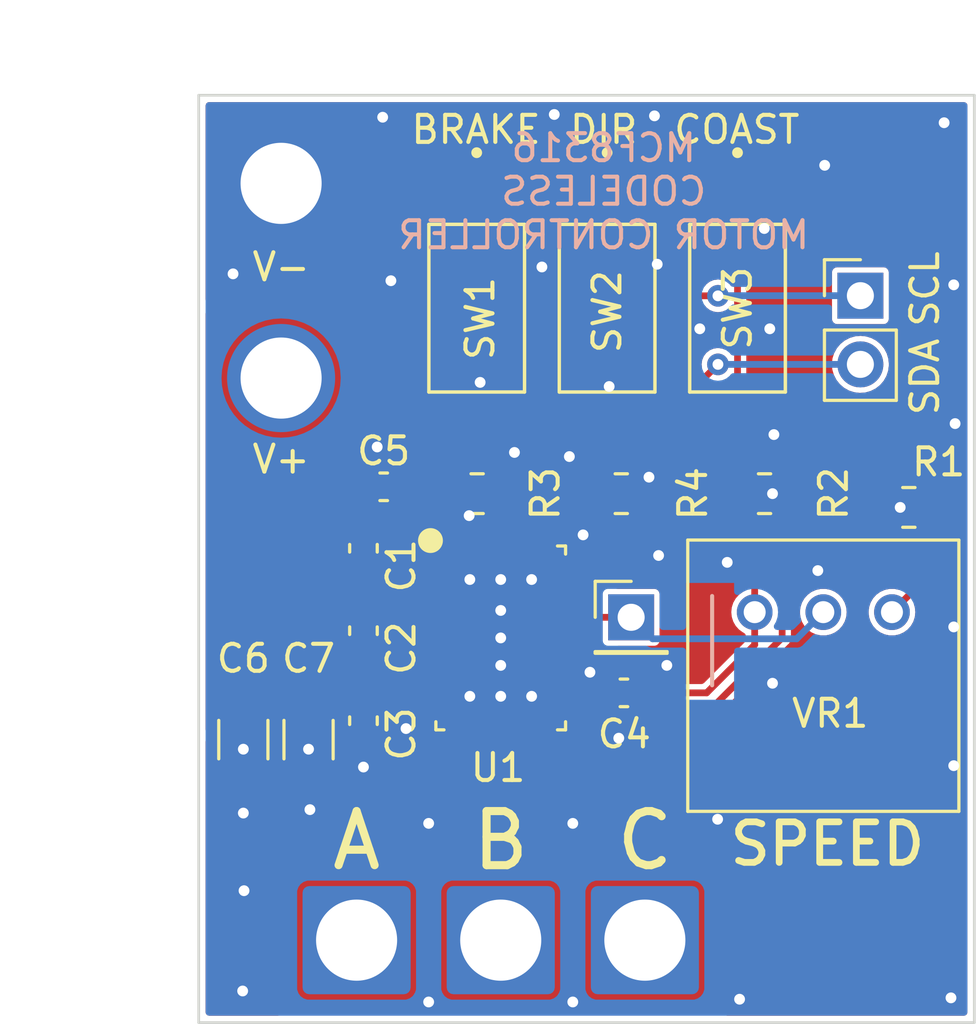
<source format=kicad_pcb>
(kicad_pcb (version 20211014) (generator pcbnew)
  (layers (0 "F.Cu" signal) (31 "B.Cu" signal) (34 "B.Paste" user) (35 "F.Paste" user) (36 "B.SilkS" user "B.Silkscreen") (37 "F.SilkS" user "F.Silkscreen") (38 "B.Mask" user) (39 "F.Mask" user) (44 "Edge.Cuts" user))
  (net 0 "")
  (net 4 "GND")
  (net 5 "+3V3")
  (net 6 "VDD")
  (net 7 "/A")
  (net 8 "/B")
  (net 9 "/C")
  (net 10 "/SCL")
  (net 11 "/SDA")
  (net 12 "/DIRECTION")
  (net 13 "/BRAKE")
  (net 14 "/COAST")
  (net 15 "/SPEED")
  (net 20 "Net-(R1-Pad2)")
  (net 21 "/CPH")
  (net 23 "/CPL")
  (net 24 "/CP")
  (net 27 "/DGND")
  (net 28 "/DVDD")
  (footprint "Resistor_SMD:R_0805_2012Metric_Pad1.20x1.40mm_HandSolder" (layer "F.Cu") (at 167.2496 100.076)
    (fp_text reference "R1" (at 1.1016 -1.6764 180) (layer "F.SilkS"))
    (fp_text value "300-800" hide)
    (fp_line (start -0.227064 0.735) (end 0.227064 0.735) (layer "F.SilkS") (width 0.12))
    (fp_line (start -0.227064 -0.735) (end 0.227064 -0.735) (layer "F.SilkS") (width 0.12))
    (pad "1" smd roundrect (at -1 0) (size 1.2 1.4) (layers "F.Cu" "F.Paste" "F.Mask") (roundrect_rratio 0.2083333333) (net 4 "GND"))
    (pad "2" smd roundrect (at 1 0) (size 1.2 1.4) (layers "F.Cu" "F.Paste" "F.Mask") (roundrect_rratio 0.2083333333) (net 20 "Net-(R1-Pad2)"))
  )
  (footprint "SMD:MCF8316A" (layer "F.Cu") (at 152.146 104.902)
    (fp_text reference "U1" (at -0.1 4.8 unlocked) (layer "F.SilkS"))
    (fp_text value "MCF8316A" hide)
    (fp_line (start -2.4 3.4) (end -2.4 3.1) (layer "F.SilkS") (width 0.12))
    (fp_line (start 2.4 3.1) (end 2.4 3.4) (layer "F.SilkS") (width 0.12))
    (fp_line (start 2.4 -3.1) (end 2.4 -3.4) (layer "F.SilkS") (width 0.12))
    (fp_line (start -2.1 3.4) (end -2.4 3.4) (layer "F.SilkS") (width 0.12))
    (fp_line (start 2.4 -3.4) (end 2.1 -3.4) (layer "F.SilkS") (width 0.12))
    (fp_line (start 2.4 3.4) (end 2.1 3.4) (layer "F.SilkS") (width 0.12))
    (fp_circle (center -2.6 -3.6) (end -2.2 -3.6) (layer "F.SilkS") (width 0.12) (fill solid))
    (pad "0" smd roundrect (at 0 0 270) (size 5.7 3.7) (layers "F.Cu" "F.Paste" "F.Mask") (roundrect_rratio 0.05) (net 4 "GND"))
    (pad "1" smd roundrect (at -2.4 -2.75 90) (size 0.25 0.6) (layers "F.Cu" "F.Paste" "F.Mask") (net 28 "/DVDD"))
    (pad "2" smd roundrect (at -2.4 -2.25 90) (size 0.25 0.6) (layers "F.Cu" "F.Paste" "F.Mask") (net 27 "/DGND"))
    (pad "3" smd roundrect (at -2.4 -1.75 90) (size 0.25 0.6) (layers "F.Cu" "F.Paste" "F.Mask"))
    (pad "4" smd roundrect (at -2.4 -1.25 90) (size 0.25 0.6) (layers "F.Cu" "F.Paste" "F.Mask"))
    (pad "5" smd roundrect (at -2.4 -0.75 90) (size 0.25 0.6) (layers "F.Cu" "F.Paste" "F.Mask"))
    (pad "6" smd roundrect (at -2.4 -0.25 90) (size 0.25 0.6) (layers "F.Cu" "F.Paste" "F.Mask") (net 23 "/CPL"))
    (pad "7" smd roundrect (at -2.4 0.25 90) (size 0.25 0.6) (layers "F.Cu" "F.Paste" "F.Mask") (net 21 "/CPH"))
    (pad "8" smd roundrect (at -2.4 0.75 90) (size 0.25 0.6) (layers "F.Cu" "F.Paste" "F.Mask") (net 24 "/CP"))
    (pad "9" smd roundrect (at -2.4 1.25 90) (size 0.25 0.6) (layers "F.Cu" "F.Paste" "F.Mask") (net 6 "VDD"))
    (pad "10" smd roundrect (at -2.4 1.75 90) (size 0.25 0.6) (layers "F.Cu" "F.Paste" "F.Mask") (net 6 "VDD"))
    (pad "11" smd roundrect (at -2.4 2.25 90) (size 0.25 0.6) (layers "F.Cu" "F.Paste" "F.Mask") (net 6 "VDD"))
    (pad "12" smd roundrect (at -2.4 2.75 90) (size 0.25 0.6) (layers "F.Cu" "F.Paste" "F.Mask") (net 4 "GND"))
    (pad "13" smd roundrect (at -1.75 3.4 180) (size 0.25 0.6) (layers "F.Cu" "F.Paste" "F.Mask") (net 7 "/A"))
    (pad "14" smd roundrect (at -1.25 3.4 180) (size 0.25 0.6) (layers "F.Cu" "F.Paste" "F.Mask") (net 7 "/A"))
    (pad "15" smd roundrect (at -0.75 3.4 180) (size 0.25 0.6) (layers "F.Cu" "F.Paste" "F.Mask") (net 4 "GND"))
    (pad "16" smd roundrect (at -0.25 3.4 180) (size 0.25 0.6) (layers "F.Cu" "F.Paste" "F.Mask") (net 8 "/B"))
    (pad "17" smd roundrect (at 0.25 3.4 180) (size 0.25 0.6) (layers "F.Cu" "F.Paste" "F.Mask") (net 8 "/B"))
    (pad "18" smd roundrect (at 0.75 3.4 180) (size 0.25 0.6) (layers "F.Cu" "F.Paste" "F.Mask") (net 4 "GND"))
    (pad "19" smd roundrect (at 1.25 3.4 180) (size 0.25 0.6) (layers "F.Cu" "F.Paste" "F.Mask") (net 9 "/C"))
    (pad "20" smd roundrect (at 1.75 3.4 180) (size 0.25 0.6) (layers "F.Cu" "F.Paste" "F.Mask") (net 9 "/C"))
    (pad "21" smd roundrect (at 2.4 2.75 90) (size 0.25 0.6) (layers "F.Cu" "F.Paste" "F.Mask") (net 14 "/COAST"))
    (pad "22" smd roundrect (at 2.4 2.25 90) (size 0.25 0.6) (layers "F.Cu" "F.Paste" "F.Mask"))
    (pad "23" smd roundrect (at 2.4 1.75 90) (size 0.25 0.6) (layers "F.Cu" "F.Paste" "F.Mask"))
    (pad "24" smd roundrect (at 2.4 1.25 90) (size 0.25 0.6) (layers "F.Cu" "F.Paste" "F.Mask"))
    (pad "25" smd roundrect (at 2.4 0.75 90) (size 0.25 0.6) (layers "F.Cu" "F.Paste" "F.Mask"))
    (pad "26" smd roundrect (at 2.4 0.25 90) (size 0.25 0.6) (layers "F.Cu" "F.Paste" "F.Mask") (net 4 "GND"))
    (pad "27" smd roundrect (at 2.4 -0.25 90) (size 0.25 0.6) (layers "F.Cu" "F.Paste" "F.Mask") (net 5 "+3V3"))
    (pad "28" smd roundrect (at 2.4 -0.75 90) (size 0.25 0.6) (layers "F.Cu" "F.Paste" "F.Mask") (net 15 "/SPEED"))
    (pad "29" smd roundrect (at 2.4 -1.25 90) (size 0.25 0.6) (layers "F.Cu" "F.Paste" "F.Mask"))
    (pad "30" smd roundrect (at 2.4 -1.75 90) (size 0.25 0.6) (layers "F.Cu" "F.Paste" "F.Mask") (net 11 "/SDA"))
    (pad "31" smd roundrect (at 2.4 -2.25 90) (size 0.25 0.6) (layers "F.Cu" "F.Paste" "F.Mask") (net 10 "/SCL"))
    (pad "32" smd roundrect (at 2.4 -2.75 90) (size 0.25 0.6) (layers "F.Cu" "F.Paste" "F.Mask"))
    (pad "33" smd roundrect (at 1.75 -3.4 180) (size 0.25 0.6) (layers "F.Cu" "F.Paste" "F.Mask"))
    (pad "34" smd roundrect (at 1.25 -3.4 180) (size 0.25 0.6) (layers "F.Cu" "F.Paste" "F.Mask") (net 12 "/DIRECTION"))
    (pad "35" smd roundrect (at 0.75 -3.4 180) (size 0.25 0.6) (layers "F.Cu" "F.Paste" "F.Mask") (net 13 "/BRAKE"))
    (pad "36" smd roundrect (at 0.25 -3.4 180) (size 0.25 0.6) (layers "F.Cu" "F.Paste" "F.Mask"))
    (pad "37" smd roundrect (at -0.25 -3.4 180) (size 0.25 0.6) (layers "F.Cu" "F.Paste" "F.Mask"))
    (pad "38" smd roundrect (at -0.75 -3.4 180) (size 0.25 0.6) (layers "F.Cu" "F.Paste" "F.Mask"))
    (pad "39" smd roundrect (at -1.25 -3.4 180) (size 0.25 0.6) (layers "F.Cu" "F.Paste" "F.Mask"))
    (pad "40" smd roundrect (at -1.75 -3.4 180) (size 0.25 0.6) (layers "F.Cu" "F.Paste" "F.Mask"))
  )
  (footprint "Connector_Wire:SolderWire-2.5sqmm_1x01_D2.4mm_OD3.6mm" (layer "F.Cu") (at 146.812 116.078)
    (fp_text reference "J1" hide)
    (fp_text value "12AWG" hide)
    (pad "1" thru_hole roundrect (at 0 0) (size 4 4) (drill 3) (layers *.Cu *.Mask) (roundrect_rratio 0.0625) (net 7 "/A"))
  )
  (footprint "Capacitor_SMD:C_0603_1608Metric" (layer "F.Cu") (at 147.815 99.314)
    (fp_text reference "C5" (at 0 -1.3208) (layer "F.SilkS"))
    (fp_text value "1u" hide)
    (fp_line (start -0.14058 0.51) (end 0.14058 0.51) (layer "F.SilkS") (width 0.12))
    (fp_line (start -0.14058 -0.51) (end 0.14058 -0.51) (layer "F.SilkS") (width 0.12))
    (pad "1" smd roundrect (at -0.775 0) (size 0.9 0.95) (layers "F.Cu" "F.Paste" "F.Mask") (net 27 "/DGND"))
    (pad "2" smd roundrect (at 0.775 0) (size 0.9 0.95) (layers "F.Cu" "F.Paste" "F.Mask") (net 28 "/DVDD"))
  )
  (footprint "Resistor_SMD:R_0805_2012Metric_Pad1.20x1.40mm_HandSolder" (layer "F.Cu") (at 156.607 99.568)
    (fp_text reference "R4" (at 2.651 0 90) (layer "F.SilkS"))
    (fp_text value "10k" hide)
    (fp_line (start -0.227064 0.735) (end 0.227064 0.735) (layer "F.SilkS") (width 0.12))
    (fp_line (start -0.227064 -0.735) (end 0.227064 -0.735) (layer "F.SilkS") (width 0.12))
    (pad "1" smd roundrect (at -1 0) (size 1.2 1.4) (layers "F.Cu" "F.Paste" "F.Mask") (roundrect_rratio 0.2083333333) (net 12 "/DIRECTION"))
    (pad "2" smd roundrect (at 1 0) (size 1.2 1.4) (layers "F.Cu" "F.Paste" "F.Mask") (roundrect_rratio 0.2083333333) (net 4 "GND"))
  )
  (footprint "footprints:SW_DS04-254-1-01BK-SMT" (layer "F.Cu") (at 151.257 92.71 -90)
    (fp_text reference "SW1" (at 0.381 -0.127 -90) (layer "F.SilkS"))
    (fp_text value "DIP_SMC" hide)
    (fp_line (start -3.1 -1.77) (end 3.1 -1.77) (layer "F.SilkS") (width 0.127))
    (fp_line (start 3.1 -1.77) (end 3.1 1.77) (layer "F.SilkS") (width 0.127))
    (fp_line (start -3.1 1.77) (end -3.1 -1.77) (layer "F.SilkS") (width 0.127))
    (fp_line (start 3.1 1.77) (end -3.1 1.77) (layer "F.SilkS") (width 0.127))
    (fp_circle (center -5.75 0) (end -5.65 0) (layer "F.SilkS") (width 0.2) (fill none))
    (pad "1" smd rect (at -4.45 0 270) (size 1.5 1.1) (layers "F.Cu" "F.Paste" "F.Mask") (net 5 "+3V3"))
    (pad "2" smd rect (at 4.45 0 90) (size 1.5 1.1) (layers "F.Cu" "F.Paste" "F.Mask") (net 13 "/BRAKE"))
  )
  (footprint "Capacitor_SMD:C_0603_1608Metric" (layer "F.Cu") (at 147.066 101.587 90)
    (fp_text reference "C1" (at -0.648 1.397 90) (layer "F.SilkS"))
    (fp_text value "47n" hide)
    (fp_line (start -0.14058 -0.51) (end 0.14058 -0.51) (layer "F.SilkS") (width 0.12))
    (fp_line (start -0.14058 0.51) (end 0.14058 0.51) (layer "F.SilkS") (width 0.12))
    (pad "1" smd roundrect (at -0.775 0 90) (size 0.9 0.95) (layers "F.Cu" "F.Paste" "F.Mask") (net 21 "/CPH"))
    (pad "2" smd roundrect (at 0.775 0 90) (size 0.9 0.95) (layers "F.Cu" "F.Paste" "F.Mask") (net 23 "/CPL"))
  )
  (footprint "Capacitor_SMD:C_1206_3216Metric" (layer "F.Cu") (at 145.034 108.663 -90)
    (fp_text reference "C7" (at -2.999 0 180) (layer "F.SilkS"))
    (fp_text value "10u" hide)
    (fp_line (start -0.711252 -0.91) (end 0.711252 -0.91) (layer "F.SilkS") (width 0.12))
    (fp_line (start -0.711252 0.91) (end 0.711252 0.91) (layer "F.SilkS") (width 0.12))
    (pad "1" smd roundrect (at -1.475 0 270) (size 1.15 1.8) (layers "F.Cu" "F.Paste" "F.Mask") (roundrect_rratio 0.2173913043) (net 6 "VDD"))
    (pad "2" smd roundrect (at 1.475 0 270) (size 1.15 1.8) (layers "F.Cu" "F.Paste" "F.Mask") (roundrect_rratio 0.2173913043) (net 4 "GND"))
  )
  (footprint "Capacitor_SMD:C_1206_3216Metric" (layer "F.Cu") (at 142.621 108.663 -90)
    (fp_text reference "C6" (at -2.999 0 180) (layer "F.SilkS"))
    (fp_text value "10u" hide)
    (fp_line (start -0.711252 -0.91) (end 0.711252 -0.91) (layer "F.SilkS") (width 0.12))
    (fp_line (start -0.711252 0.91) (end 0.711252 0.91) (layer "F.SilkS") (width 0.12))
    (pad "1" smd roundrect (at -1.475 0 270) (size 1.15 1.8) (layers "F.Cu" "F.Paste" "F.Mask") (roundrect_rratio 0.2173913043) (net 6 "VDD"))
    (pad "2" smd roundrect (at 1.475 0 270) (size 1.15 1.8) (layers "F.Cu" "F.Paste" "F.Mask") (roundrect_rratio 0.2173913043) (net 4 "GND"))
  )
  (footprint "Resistor_SMD:R_0805_2012Metric_Pad1.20x1.40mm_HandSolder" (layer "F.Cu") (at 161.909 99.568)
    (fp_text reference "R2" (at 2.556 0 90) (layer "F.SilkS"))
    (fp_text value "10k" hide)
    (fp_line (start -0.227064 -0.735) (end 0.227064 -0.735) (layer "F.SilkS") (width 0.12))
    (fp_line (start -0.227064 0.735) (end 0.227064 0.735) (layer "F.SilkS") (width 0.12))
    (pad "1" smd roundrect (at -1 0) (size 1.2 1.4) (layers "F.Cu" "F.Paste" "F.Mask") (roundrect_rratio 0.2083333333) (net 14 "/COAST"))
    (pad "2" smd roundrect (at 1 0) (size 1.2 1.4) (layers "F.Cu" "F.Paste" "F.Mask") (roundrect_rratio 0.2083333333) (net 4 "GND"))
  )
  (footprint "Resistor_SMD:R_0805_2012Metric_Pad1.20x1.40mm_HandSolder" (layer "F.Cu") (at 151.273 99.568 180)
    (fp_text reference "R3" (at -2.524 0 90) (layer "F.SilkS"))
    (fp_text value "10k" hide)
    (fp_line (start -0.227064 -0.735) (end 0.227064 -0.735) (layer "F.SilkS") (width 0.12))
    (fp_line (start -0.227064 0.735) (end 0.227064 0.735) (layer "F.SilkS") (width 0.12))
    (pad "1" smd roundrect (at -1 0 180) (size 1.2 1.4) (layers "F.Cu" "F.Paste" "F.Mask") (roundrect_rratio 0.2083333333) (net 13 "/BRAKE"))
    (pad "2" smd roundrect (at 1 0 180) (size 1.2 1.4) (layers "F.Cu" "F.Paste" "F.Mask") (roundrect_rratio 0.2083333333) (net 4 "GND"))
  )
  (footprint "Capacitor_SMD:C_0603_1608Metric" (layer "F.Cu") (at 156.705 106.934 180)
    (fp_text reference "C4" (at -0.013 -1.524) (layer "F.SilkS"))
    (fp_text value "1u" hide)
    (fp_line (start -0.14058 0.51) (end 0.14058 0.51) (layer "F.SilkS") (width 0.12))
    (fp_line (start -0.14058 -0.51) (end 0.14058 -0.51) (layer "F.SilkS") (width 0.12))
    (pad "1" smd roundrect (at -0.775 0 180) (size 0.9 0.95) (layers "F.Cu" "F.Paste" "F.Mask") (net 5 "+3V3"))
    (pad "2" smd roundrect (at 0.775 0 180) (size 0.9 0.95) (layers "F.Cu" "F.Paste" "F.Mask") (net 4 "GND"))
  )
  (footprint "Connector_PinHeader_2.54mm:PinHeader_1x02_P2.54mm_Vertical" (layer "F.Cu") (at 165.4556 92.2478)
    (fp_text reference "J4" hide)
    (fp_text value "Header_0.254mm" hide)
    (fp_line (start -1.33 0) (end -1.33 -1.33) (layer "F.SilkS") (width 0.12))
    (fp_line (start 1.33 1.27) (end 1.33 3.87) (layer "F.SilkS") (width 0.12))
    (fp_line (start -1.33 -1.33) (end 0 -1.33) (layer "F.SilkS") (width 0.12))
    (fp_line (start -1.33 1.27) (end -1.33 3.87) (layer "F.SilkS") (width 0.12))
    (fp_line (start -1.33 1.27) (end 1.33 1.27) (layer "F.SilkS") (width 0.12))
    (fp_line (start -1.33 3.87) (end 1.33 3.87) (layer "F.SilkS") (width 0.12))
    (pad "1" thru_hole rect (at 0 0) (size 1.7 1.7) (drill 1) (layers *.Cu *.Mask) (net 10 "/SCL"))
    (pad "2" thru_hole oval (at 0 2.54) (size 1.7 1.7) (drill 1) (layers *.Cu *.Mask) (net 11 "/SDA"))
  )
  (footprint "Connector_Wire:SolderWire-2.5sqmm_1x02_P7.2mm_D2.4mm_OD3.6mm" (layer "F.Cu") (at 144.018 88.094 -90)
    (fp_text reference "J6" hide)
    (fp_text value "12AWG" hide)
    (pad "1" thru_hole roundrect (at 0 0 270) (size 4 4) (drill 3) (layers *.Cu *.Mask) (roundrect_rratio 0.0625) (net 4 "GND"))
    (pad "2" thru_hole circle (at 7.2 0 270) (size 4 4) (drill 3) (layers *.Cu *.Mask) (net 6 "VDD"))
  )
  (footprint "footprints:SW_DS04-254-1-01BK-SMT" (layer "F.Cu") (at 160.909 92.71 -90)
    (fp_text reference "SW3" (at 0 0 90) (layer "F.SilkS"))
    (fp_text value "DIP_SMC" hide)
    (fp_line (start -3.1 -1.77) (end 3.1 -1.77) (layer "F.SilkS") (width 0.127))
    (fp_line (start 3.1 1.77) (end -3.1 1.77) (layer "F.SilkS") (width 0.127))
    (fp_line (start 3.1 -1.77) (end 3.1 1.77) (layer "F.SilkS") (width 0.127))
    (fp_line (start -3.1 1.77) (end -3.1 -1.77) (layer "F.SilkS") (width 0.127))
    (fp_circle (center -5.75 0) (end -5.65 0) (layer "F.SilkS") (width 0.2) (fill none))
    (pad "1" smd rect (at -4.45 0 270) (size 1.5 1.1) (layers "F.Cu" "F.Paste" "F.Mask") (net 5 "+3V3"))
    (pad "2" smd rect (at 4.45 0 90) (size 1.5 1.1) (layers "F.Cu" "F.Paste" "F.Mask") (net 14 "/COAST"))
  )
  (footprint "Connector_Wire:SolderWire-2.5sqmm_1x01_D2.4mm_OD3.6mm" (layer "F.Cu") (at 152.146 116.078)
    (fp_text reference "J2" hide)
    (fp_text value "12AWG" hide)
    (pad "1" thru_hole roundrect (at 0 0) (size 4 4) (drill 3) (layers *.Cu *.Mask) (roundrect_rratio 0.0625) (net 8 "/B"))
  )
  (footprint "Capacitor_SMD:C_0603_1608Metric" (layer "F.Cu") (at 147.066 107.963 -90)
    (fp_text reference "C3" (at 0.495 -1.397 -90) (layer "F.SilkS"))
    (fp_text value "1u" hide)
    (fp_line (start -0.14058 -0.51) (end 0.14058 -0.51) (layer "F.SilkS") (width 0.12))
    (fp_line (start -0.14058 0.51) (end 0.14058 0.51) (layer "F.SilkS") (width 0.12))
    (pad "1" smd roundrect (at -0.775 0 270) (size 0.9 0.95) (layers "F.Cu" "F.Paste" "F.Mask") (net 6 "VDD"))
    (pad "2" smd roundrect (at 0.775 0 270) (size 0.9 0.95) (layers "F.Cu" "F.Paste" "F.Mask") (net 4 "GND"))
  )
  (footprint "Connector_Wire:SolderWire-2.5sqmm_1x01_D2.4mm_OD3.6mm" (layer "F.Cu") (at 157.48 116.078)
    (fp_text reference "J3" hide)
    (fp_text value "12AWG" hide)
    (pad "1" thru_hole roundrect (at 0 0) (size 4 4) (drill 3) (layers *.Cu *.Mask) (roundrect_rratio 0.0625) (net 9 "/C"))
  )
  (footprint "footprints:3310R-125-103L" (layer "F.Cu") (at 166.624 103.9495 180)
    (fp_text reference "VR1" (at 2.286 -3.7465 180) (layer "F.SilkS"))
    (fp_text value "3310R-125-103L" hide)
    (fp_line (start -2.4765 -7.366) (end 7.5565 -7.366) (layer "F.SilkS") (width 0.12))
    (fp_line (start 7.5565 2.667) (end -2.4765 2.667) (layer "F.SilkS") (width 0.12))
    (fp_line (start 7.5565 -7.366) (end 7.5565 2.667) (layer "F.SilkS") (width 0.12))
    (fp_line (start -2.4765 2.667) (end -2.4765 -7.366) (layer "F.SilkS") (width 0.12))
    (pad "1" thru_hole circle (at 0 0 180) (size 1.3208 1.3208) (drill 0.8128) (layers *.Cu *.Mask) (net 20 "Net-(R1-Pad2)"))
    (pad "2" thru_hole circle (at 2.54 0 180) (size 1.3208 1.3208) (drill 0.8128) (layers *.Cu *.Mask) (net 15 "/SPEED"))
    (pad "3" thru_hole circle (at 5.08 0 180) (size 1.3208 1.3208) (drill 0.8128) (layers *.Cu *.Mask) (net 5 "+3V3"))
  )
  (footprint "Capacitor_SMD:C_0603_1608Metric" (layer "F.Cu") (at 147.066 104.635 90)
    (fp_text reference "C2" (at -0.648 1.397 270) (layer "F.SilkS"))
    (fp_text value "1u" hide)
    (fp_line (start -0.14058 0.51) (end 0.14058 0.51) (layer "F.SilkS") (width 0.12))
    (fp_line (start -0.14058 -0.51) (end 0.14058 -0.51) (layer "F.SilkS") (width 0.12))
    (pad "1" smd roundrect (at -0.775 0 90) (size 0.9 0.95) (layers "F.Cu" "F.Paste" "F.Mask") (net 6 "VDD"))
    (pad "2" smd roundrect (at 0.775 0 90) (size 0.9 0.95) (layers "F.Cu" "F.Paste" "F.Mask") (net 24 "/CP"))
  )
  (footprint "footprints:SW_DS04-254-1-01BK-SMT" (layer "F.Cu") (at 156.083 92.71 -90)
    (fp_text reference "SW2" (at 0.127 0 90) (layer "F.SilkS"))
    (fp_text value "DIP_SMC" hide)
    (fp_line (start 3.1 1.77) (end -3.1 1.77) (layer "F.SilkS") (width 0.127))
    (fp_line (start -3.1 1.77) (end -3.1 -1.77) (layer "F.SilkS") (width 0.127))
    (fp_line (start -3.1 -1.77) (end 3.1 -1.77) (layer "F.SilkS") (width 0.127))
    (fp_line (start 3.1 -1.77) (end 3.1 1.77) (layer "F.SilkS") (width 0.127))
    (fp_circle (center -5.75 0) (end -5.65 0) (layer "F.SilkS") (width 0.2) (fill none))
    (pad "1" smd rect (at -4.45 0 270) (size 1.5 1.1) (layers "F.Cu" "F.Paste" "F.Mask") (net 5 "+3V3"))
    (pad "2" smd rect (at 4.45 0 90) (size 1.5 1.1) (layers "F.Cu" "F.Paste" "F.Mask") (net 12 "/DIRECTION"))
  )
  (footprint "Connector_PinHeader_2.54mm:PinHeader_1x01_P2.54mm_Vertical" (layer "F.Cu") (at 156.972 104.14)
    (fp_text reference "J5" hide)
    (fp_text value "Wire" hide)
    (fp_line (start -1.33 1.33) (end 1.33 1.33) (layer "F.SilkS") (width 0.12))
    (fp_line (start -1.33 1.27) (end -1.33 1.33) (layer "F.SilkS") (width 0.12))
    (fp_line (start -1.33 -1.33) (end 0 -1.33) (layer "F.SilkS") (width 0.12))
    (fp_line (start -1.33 0) (end -1.33 -1.33) (layer "F.SilkS") (width 0.12))
    (fp_line (start -1.33 1.27) (end 1.33 1.27) (layer "F.SilkS") (width 0.12))
    (fp_line (start 1.33 1.27) (end 1.33 1.33) (layer "F.SilkS") (width 0.12))
    (pad "1" thru_hole rect (at 0 0) (size 1.7 1.7) (drill 1) (layers *.Cu *.Mask) (net 15 "/SPEED"))
  )
  (gr_line (start 159.9692 103.3526) (end 159.9692 106.6546) (layer "B.SilkS") (width 0.15))
  (gr_line (start 169.672 84.836) (end 169.672 119.126) (layer "Edge.Cuts") (width 0.1))
  (gr_line (start 140.97 84.836) (end 169.672 84.836) (layer "Edge.Cuts") (width 0.1))
  (gr_line (start 169.672 119.126) (end 140.97 119.126) (layer "Edge.Cuts") (width 0.1))
  (gr_line (start 140.97 119.126) (end 140.97 84.836) (layer "Edge.Cuts") (width 0.1))
  (gr_text "MCF8316\nCODELESS\nMOTOR CONTROLLER" (at 155.956 88.392) (layer "B.SilkS") (effects (font (size 1 1)) (justify mirror)))
  (gr_text "DIR" (at 155.956 86.106) (layer "F.SilkS") (effects (font (size 1 1))))
  (gr_text "V+" (at 144.018 98.298) (layer "F.SilkS") (effects (font (size 1 1))))
  (gr_text "SDA" (at 167.8432 95.25 90) (layer "F.SilkS") (effects (font (size 1 1))))
  (gr_text "SPEED" (at 164.2364 112.522) (layer "F.SilkS") (effects (font (size 1.5 1.5) (thickness 0.25))))
  (gr_text "COAST" (at 160.8836 86.106) (layer "F.SilkS") (effects (font (size 1 1))))
  (gr_text "B" (at 152.146 112.395) (layer "F.SilkS") (effects (font (size 2 2) (thickness 0.3))))
  (gr_text "V-" (at 144.018 91.186) (layer "F.SilkS") (effects (font (size 1 1))))
  (gr_text "A" (at 146.812 112.395) (layer "F.SilkS") (effects (font (size 2 2) (thickness 0.3))))
  (gr_text "BRAKE" (at 151.2316 86.106) (layer "F.SilkS") (effects (font (size 1 1))))
  (gr_text "SCL\n" (at 167.8432 91.9988 90) (layer "F.SilkS") (effects (font (size 1 1))))
  (gr_text "C" (at 157.48 112.395) (layer "F.SilkS") (effects (font (size 2 2) (thickness 0.3))))
  (segment (start 151.396 109.843) (end 149.479 111.76) (width 0.25) (layer "F.Cu") (net 4))
  (segment (start 166.2496 100.076) (end 166.9288 100.076) (width 0.25) (layer "F.Cu") (net 4))
  (segment (start 149.479 111.76) (end 149.479 118.364) (width 0.25) (layer "F.Cu") (net 4))
  (segment (start 157.607 98.9838) (end 157.6324 98.9584) (width 0.25) (layer "F.Cu") (net 4))
  (segment (start 154.546 105.152) (end 152.396 105.152) (width 0.25) (layer "F.Cu") (net 4))
  (segment (start 152.896 109.843) (end 152.896 108.302) (width 0.25) (layer "F.Cu") (net 4))
  (segment (start 154.813 111.76) (end 152.896 109.843) (width 0.25) (layer "F.Cu") (net 4))
  (segment (start 162.909 99.568) (end 162.2044 99.568) (width 0.25) (layer "F.Cu") (net 4))
  (segment (start 154.813 118.364) (end 154.813 111.76) (width 0.25) (layer "F.Cu") (net 4))
  (segment (start 151.396 108.302) (end 151.396 109.843) (width 0.25) (layer "F.Cu") (net 4))
  (segment (start 152.396 105.152) (end 152.146 104.902) (width 0.25) (layer "F.Cu") (net 4))
  (segment (start 157.607 99.568) (end 157.607 98.9838) (width 0.25) (layer "F.Cu") (net 4))
  (via (at 152.146 102.743) (size 0.8) (drill 0.4) (layers "F.Cu" "B.Cu") (net 4))
  (via (at 151.384 95.4532) (size 0.8) (drill 0.4) (layers "F.Cu" "B.Cu") (net 4))
  (via (at 154.813 111.76) (size 0.8) (drill 0.4) (layers "F.Cu" "B.Cu") (net 4))
  (via (at 151.003 102.743) (size 0.8) (drill 0.4) (layers "F.Cu" "B.Cu") (net 4))
  (via (at 160.9852 118.2624) (size 0.8) (drill 0.4) (layers "F.Cu" "B.Cu") (net 4))
  (via (at 148.082 91.694) (size 0.8) (drill 0.4) (layers "F.Cu" "B.Cu") (net 4))
  (via (at 152.146 105.918) (size 0.8) (drill 0.4) (layers "F.Cu" "B.Cu") (net 4))
  (via (at 142.621 111.379) (size 0.8) (drill 0.4) (layers "F.Cu" "B.Cu") (net 4))
  (via (at 162.2044 106.5784) (size 0.8) (drill 0.4) (layers "F.Cu" "B.Cu") (net 4))
  (via (at 151.003 107.061) (size 0.8) (drill 0.4) (layers "F.Cu" "B.Cu") (net 4))
  (via (at 142.621 109.0168) (size 0.8) (drill 0.4) (layers "F.Cu" "B.Cu") (net 4))
  (via (at 168.91 91.8464) (size 0.8) (drill 0.4) (layers "F.Cu" "B.Cu") (net 4))
  (via (at 160.1724 111.6076) (size 0.8) (drill 0.4) (layers "F.Cu" "B.Cu") (net 4))
  (via (at 153.67 91.186) (size 0.8) (drill 0.4) (layers "F.Cu" "B.Cu") (net 4))
  (via (at 157.988 101.854) (size 0.8) (drill 0.4) (layers "F.Cu" "B.Cu") (net 4))
  (via (at 168.8084 118.2116) (size 0.8) (drill 0.4) (layers "F.Cu" "B.Cu") (net 4))
  (via (at 168.5544 85.852) (size 0.8) (drill 0.4) (layers "F.Cu" "B.Cu") (net 4))
  (via (at 168.9608 96.9772) (size 0.8) (drill 0.4) (layers "F.Cu" "B.Cu") (net 4))
  (via (at 154.1272 85.5472) (size 0.8) (drill 0.4) (layers "F.Cu" "B.Cu") (net 4))
  (via (at 150.9776 100.3808) (size 0.8) (drill 0.4) (layers "F.Cu" "B.Cu") (net 4))
  (via (at 166.9288 100.076) (size 0.8) (drill 0.4) (layers "F.Cu" "B.Cu") (net 4))
  (via (at 162.2552 97.3836) (size 0.8) (drill 0.4) (layers "F.Cu" "B.Cu") (net 4))
  (via (at 142.6464 114.2492) (size 0.8) (drill 0.4) (layers "F.Cu" "B.Cu") (net 4))
  (via (at 157.6324 98.9584) (size 0.8) (drill 0.4) (layers "F.Cu" "B.Cu") (net 4))
  (via (at 152.654 98.044) (size 0.8) (drill 0.4) (layers "F.Cu" "B.Cu") (net 4))
  (via (at 152.146 103.886) (size 0.8) (drill 0.4) (layers "F.Cu" "B.Cu") (net 4))
  (via (at 145.034 109.0168) (size 0.8) (drill 0.4) (layers "F.Cu" "B.Cu") (net 4))
  (via (at 149.479 111.76) (size 0.8) (drill 0.4) (layers "F.Cu" "B.Cu") (net 4))
  (via (at 154.686 98.1964) (size 0.8) (drill 0.4) (layers "F.Cu" "B.Cu") (net 4))
  (via (at 156.5148 108.6104) (size 0.8) (drill 0.4) (layers "F.Cu" "B.Cu") (net 4))
  (via (at 142.5956 117.9576) (size 0.8) (drill 0.4) (layers "F.Cu" "B.Cu") (net 4))
  (via (at 168.91 109.6264) (size 0.8) (drill 0.4) (layers "F.Cu" "B.Cu") (net 4))
  (via (at 152.146 107.061) (size 0.8) (drill 0.4) (layers "F.Cu" "B.Cu") (net 4))
  (via (at 153.289 102.743) (size 0.8) (drill 0.4) (layers "F.Cu" "B.Cu") (net 4))
  (via (at 168.91 104.4956) (size 0.8) (drill 0.4) (layers "F.Cu" "B.Cu") (net 4))
  (via (at 147.574 97.8408) (size 0.8) (drill 0.4) (layers "F.Cu" "B.Cu") (net 4))
  (via (at 157.9372 91.0844) (size 0.8) (drill 0.4) (layers "F.Cu" "B.Cu") (net 4))
  (via (at 163.8808 102.4128) (size 0.8) (drill 0.4) (layers "F.Cu" "B.Cu") (net 4))
  (via (at 156.1592 95.6056) (size 0.8) (drill 0.4) (layers "F.Cu" "B.Cu") (net 4))
  (via (at 164.1348 87.4268) (size 0.8) (drill 0.4) (layers "F.Cu" "B.Cu") (net 4))
  (via (at 155.194 101.092) (size 0.8) (drill 0.4) (layers "F.Cu" "B.Cu") (net 4))
  (via (at 142.24 91.44) (size 0.8) (drill 0.4) (layers "F.Cu" "B.Cu") (net 4))
  (via (at 157.8356 85.598) (size 0.8) (drill 0.4) (layers "F.Cu" "B.Cu") (net 4))
  (via (at 160.528 102.108) (size 0.8) (drill 0.4) (layers "F.Cu" "B.Cu") (net 4))
  (via (at 148.6408 108.2548) (size 0.8) (drill 0.4) (layers "F.Cu" "B.Cu") (net 4))
  (via (at 162.2044 99.568) (size 0.8) (drill 0.4) (layers "F.Cu" "B.Cu") (net 4))
  (via (at 158.2928 105.918) (size 0.8) (drill 0.4) (layers "F.Cu" "B.Cu") (net 4))
  (via (at 145.0848 111.252) (size 0.8) (drill 0.4) (layers "F.Cu" "B.Cu") (net 4))
  (via (at 149.479 118.364) (size 0.8) (drill 0.4) (layers "F.Cu" "B.Cu") (net 4))
  (via (at 147.066 109.6772) (size 0.8) (drill 0.4) (layers "F.Cu" "B.Cu") (net 4))
  (via (at 153.289 107.061) (size 0.8) (drill 0.4) (layers "F.Cu" "B.Cu") (net 4))
  (via (at 147.7772 85.6488) (size 0.8) (drill 0.4) (layers "F.Cu" "B.Cu") (net 4))
  (via (at 162.1028 93.472) (size 0.8) (drill 0.4) (layers "F.Cu" "B.Cu") (net 4))
  (via (at 159.512 93.472) (size 0.8) (drill 0.4) (layers "F.Cu" "B.Cu") (net 4))
  (via (at 161.8996 89.7636) (size 0.8) (drill 0.4) (layers "F.Cu" "B.Cu") (net 4))
  (via (at 155.448 106.172) (size 0.8) (drill 0.4) (layers "F.Cu" "B.Cu") (net 4))
  (via (at 152.146 104.902) (size 0.8) (drill 0.4) (layers "F.Cu" "B.Cu") (net 4))
  (via (at 154.813 118.364) (size 0.8) (drill 0.4) (layers "F.Cu" "B.Cu") (net 4))
  (segment (start 156.083 88.26) (end 151.257 88.26) (width 0.25) (layer "F.Cu") (net 5))
  (segment (start 159.766 106.934) (end 161.544 105.156) (width 0.25) (layer "F.Cu") (net 5))
  (segment (start 161.544 101.8286) (end 159.98448 100.26908) (width 0.25) (layer "F.Cu") (net 5))
  (segment (start 161.544 105.156) (end 161.544 103.9495) (width 0.25) (layer "F.Cu") (net 5))
  (segment (start 159.98448 100.26908) (end 159.98448 96.135498) (width 0.25) (layer "F.Cu") (net 5))
  (segment (start 155.198 104.652) (end 154.546 104.652) (width 0.25) (layer "F.Cu") (net 5))
  (segment (start 157.48 106.934) (end 159.766 106.934) (width 0.25) (layer "F.Cu") (net 5))
  (segment (start 159.98448 96.135498) (end 160.909 95.210978) (width 0.25) (layer "F.Cu") (net 5))
  (segment (start 160.909 88.26) (end 156.083 88.26) (width 0.25) (layer "F.Cu") (net 5))
  (segment (start 161.544 103.9495) (end 161.544 101.8286) (width 0.25) (layer "F.Cu") (net 5))
  (segment (start 157.48 106.934) (end 155.198 104.652) (width 0.25) (layer "F.Cu") (net 5))
  (segment (start 160.909 95.210978) (end 160.909 88.26) (width 0.25) (layer "F.Cu") (net 5))
  (segment (start 157.1752 94.3864) (end 157.1752 98.1456) (width 0.25) (layer "F.Cu") (net 10))
  (segment (start 156.68248 98.63832) (end 156.68248 101.02592) (width 0.25) (layer "F.Cu") (net 10))
  (segment (start 160.1845 92.2528) (end 159.3088 92.2528) (width 0.25) (layer "F.Cu") (net 10))
  (segment (start 155.0564 102.652) (end 154.546 102.652) (width 0.25) (layer "F.Cu") (net 10))
  (segment (start 156.68248 101.02592) (end 155.0564 102.652) (width 0.25) (layer "F.Cu") (net 10))
  (segment (start 157.1752 98.1456) (end 156.68248 98.63832) (width 0.25) (layer "F.Cu") (net 10))
  (segment (start 159.3088 92.2528) (end 157.1752 94.3864) (width 0.25) (layer "F.Cu") (net 10))
  (via (at 160.1845 92.2528) (size 0.8) (drill 0.4) (layers "F.Cu" "B.Cu") (net 10))
  (segment (start 160.1895 92.2478) (end 165.4556 92.2478) (width 0.25) (layer "B.Cu") (net 10))
  (segment (start 160.1845 92.2528) (end 160.1895 92.2478) (width 0.25) (layer "B.Cu") (net 10))
  (segment (start 155.635493 103.152) (end 159.1564 99.631093) (width 0.25) (layer "F.Cu") (net 11))
  (segment (start 159.1564 99.631093) (end 159.1564 95.8159) (width 0.25) (layer "F.Cu") (net 11))
  (segment (start 159.1564 95.8159) (end 160.1845 94.7878) (width 0.25) (layer "F.Cu") (net 11))
  (segment (start 154.546 103.152) (end 155.635493 103.152) (width 0.25) (layer "F.Cu") (net 11))
  (via (at 160.1845 94.7878) (size 0.8) (drill 0.4) (layers "F.Cu" "B.Cu") (net 11))
  (segment (start 160.1845 94.7878) (end 165.4556 94.7878) (width 0.25) (layer "B.Cu") (net 11))
  (segment (start 154.0256 99.568) (end 153.396 100.1976) (width 0.25) (layer "F.Cu") (net 12))
  (segment (start 155.607 99.568) (end 154.0256 99.568) (width 0.25) (layer "F.Cu") (net 12))
  (segment (start 155.607 99.568) (end 156.083 99.092) (width 0.25) (layer "F.Cu") (net 12))
  (segment (start 156.083 99.092) (end 156.083 97.16) (width 0.25) (layer "F.Cu") (net 12))
  (segment (start 153.396 100.1976) (end 153.396 101.502) (width 0.25) (layer "F.Cu") (net 12))
  (segment (start 152.273 99.568) (end 151.257 98.552) (width 0.25) (layer "F.Cu") (net 13))
  (segment (start 152.896 100.191) (end 152.896 101.502) (width 0.25) (layer "F.Cu") (net 13))
  (segment (start 152.273 99.568) (end 152.896 100.191) (width 0.25) (layer "F.Cu") (net 13))
  (segment (start 151.257 98.552) (end 151.257 97.16) (width 0.25) (layer "F.Cu") (net 13))
  (segment (start 159.633554 107.823) (end 162.56 104.896554) (width 0.25) (layer "F.Cu") (net 14))
  (segment (start 162.56 101.219) (end 160.909 99.568) (width 0.25) (layer "F.Cu") (net 14))
  (segment (start 160.909 99.568) (end 160.909 97.16) (width 0.25) (layer "F.Cu") (net 14))
  (segment (start 155.575 107.823) (end 159.633554 107.823) (width 0.25) (layer "F.Cu") (net 14))
  (segment (start 162.56 104.896554) (end 162.56 101.219) (width 0.25) (layer "F.Cu") (net 14))
  (segment (start 154.546 107.652) (end 155.404 107.652) (width 0.25) (layer "F.Cu") (net 14))
  (segment (start 155.404 107.652) (end 155.575 107.823) (width 0.25) (layer "F.Cu") (net 14))
  (segment (start 156.972 104.14) (end 154.558 104.14) (width 0.25) (layer "F.Cu") (net 15))
  (segment (start 157.766411 104.934411) (end 156.972 104.14) (width 0.25) (layer "B.Cu") (net 15))
  (segment (start 157.766411 104.934411) (end 163.099089 104.934411) (width 0.25) (layer "B.Cu") (net 15))
  (segment (start 163.099089 104.934411) (end 164.084 103.9495) (width 0.25) (layer "B.Cu") (net 15))
  (segment (start 168.2496 102.3239) (end 168.2496 100.076) (width 0.25) (layer "F.Cu") (net 20))
  (segment (start 166.624 103.9495) (end 168.2496 102.3239) (width 0.25) (layer "F.Cu") (net 20))
  (segment (start 147.88648 103.90696) (end 147.88648 103.18248) (width 0.25) (layer "F.Cu") (net 21))
  (segment (start 149.746 105.152) (end 149.13152 105.152) (width 0.25) (layer "F.Cu") (net 21))
  (segment (start 147.88648 103.18248) (end 147.066 102.362) (width 0.25) (layer "F.Cu") (net 21))
  (segment (start 149.13152 105.152) (end 147.88648 103.90696) (width 0.25) (layer "F.Cu") (net 21))
  (segment (start 149.746 104.652) (end 149.398672 104.652) (width 0.25) (layer "F.Cu") (net 23))
  (segment (start 148.336 103.589328) (end 148.336 102.082) (width 0.25) (layer "F.Cu") (net 23))
  (segment (start 148.336 102.082) (end 147.066 100.812) (width 0.25) (layer "F.Cu") (net 23))
  (segment (start 149.398672 104.652) (end 148.336 103.589328) (width 0.25) (layer "F.Cu") (net 23))
  (segment (start 148.995802 105.652) (end 147.203802 103.86) (width 0.25) (layer "F.Cu") (net 24))
  (segment (start 149.746 105.652) (end 148.995802 105.652) (width 0.25) (layer "F.Cu") (net 24))
  (segment (start 147.203802 103.86) (end 147.066 103.86) (width 0.25) (layer "F.Cu") (net 24))
  (segment (start 148.78552 101.05952) (end 147.04 99.314) (width 0.25) (layer "F.Cu") (net 27))
  (segment (start 149.746 102.652) (end 149.398672 102.652) (width 0.25) (layer "F.Cu") (net 27))
  (segment (start 148.78552 102.038848) (end 148.78552 101.05952) (width 0.25) (layer "F.Cu") (net 27))
  (segment (start 149.398672 102.652) (end 148.78552 102.038848) (width 0.25) (layer "F.Cu") (net 27))
  (segment (start 149.746 101.359) (end 149.746 102.152) (width 0.25) (layer "F.Cu") (net 28))
  (segment (start 148.59 99.314) (end 148.59 100.203) (width 0.25) (layer "F.Cu") (net 28))
  (segment (start 148.59 100.203) (end 149.746 101.359) (width 0.25) (layer "F.Cu") (net 28))
  (zone (net 9) (net_name "/C") (layer "F.Cu") (name "VDD") (connect_pads yes (clearance 0.2)) (min_thickness 0.254) (fill yes (thermal_gap 0.508) (thermal_bridge_width 0.75))
    (polygon (pts (xy 160.02 112.8268) (xy 160.02 118.5672) (xy 155.1432 118.5672) (xy 155.1432 111.6584) (xy 153.162 109.6772) (xy 153.162 107.95) (xy 154.2288 107.95)))
  )
  (zone (net 7) (net_name "/A") (layer "F.Cu") (name "VDD") (connect_pads yes (clearance 0.2)) (min_thickness 0.254) (fill yes (thermal_gap 0.508) (thermal_bridge_width 0.75))
    (polygon (pts (xy 151.0792 109.728) (xy 149.1488 111.6584) (xy 149.1488 118.5672) (xy 144.272 118.5672) (xy 144.272 113.4872) (xy 150.3172 107.95) (xy 151.0792 107.95)))
  )
  (zone (net 4) (net_name "GND") (layer "F.Cu") (name "VDD") (connect_pads yes (clearance 0.2)) (min_thickness 0.254) (fill yes (thermal_gap 0.508) (thermal_bridge_width 0.75))
    (polygon (pts (xy 169.418 118.872) (xy 160.401 118.872) (xy 160.401 112.522) (xy 154.5844 107.5436) (xy 154.178 107.5436) (xy 154.178 101.346) (xy 150.2664 101.346) (xy 148.8948 99.9236) (xy 148.844 98.6028) (xy 146.812 98.6028) (xy 146.812 92.5068) (xy 141.224 92.5068) (xy 141.224 85.09) (xy 169.418 85.09)))
  )
  (zone (net 6) (net_name "VDD") (layer "F.Cu") (name "VM") (connect_pads yes (clearance 0.2)) (min_thickness 0.254) (fill yes (thermal_gap 0.508) (thermal_bridge_width 0.75))
    (polygon (pts (xy 146.558 98.679) (xy 146.304 99.187) (xy 146.304 104.648) (xy 147.5486 104.648) (xy 148.8694 105.9688) (xy 150.0886 105.9688) (xy 150.0886 107.315) (xy 147.6756 107.315) (xy 147.6756 107.8738) (xy 146.7104 107.8738) (xy 146.2532 108.4072) (xy 141.224 108.4072) (xy 141.224 92.7862) (xy 146.558 92.7862)))
  )
  (zone (net 4) (net_name "GND") (layer "F.Cu") (name "VDD") (connect_pads yes (clearance 0.2)) (min_thickness 0.254) (fill yes (thermal_gap 0.508) (thermal_bridge_width 0.75))
    (polygon (pts (xy 150.114 107.8484) (xy 144.018 113.3348) (xy 144.018 118.872) (xy 141.224 118.872) (xy 141.224 108.6104) (xy 146.4564 108.6104) (xy 146.8628 108.1024) (xy 147.8788 108.1024) (xy 147.8788 107.5182) (xy 150.114 107.5182)))
  )
  (zone (net 8) (net_name "/B") (layer "F.Cu") (name "VDD") (connect_pads yes (clearance 0.2)) (min_thickness 0.254) (fill yes (thermal_gap 0.508) (thermal_bridge_width 0.75))
    (polygon (pts (xy 152.654 109.982) (xy 154.5336 111.9124) (xy 154.5336 118.5672) (xy 149.7584 118.5672) (xy 149.8092 111.8108) (xy 151.638 109.982) (xy 151.638 107.95) (xy 152.654 107.95)))
  )
  (zone (net 0) (net_name "") (layer "B.Cu") (name "VDD") (connect_pads yes (clearance 0)) (min_thickness 0.254)
    (keepout (tracks allowed) (vias allowed) (pads allowed) (copperpour not_allowed) (footprints allowed))
    (fill (thermal_gap 0.508) (thermal_bridge_width 0.75))
    (polygon (pts (xy 160.782 107.188) (xy 159.004 107.188) (xy 159.004 102.87) (xy 160.782 102.87)))
  )
  (zone (net 4) (net_name "GND") (layer "B.Cu") (name "VDD") (connect_pads yes (clearance 0.2)) (min_thickness 0.254) (fill yes (thermal_gap 0.508) (thermal_bridge_width 0.75))
    (polygon (pts (xy 169.418 118.872) (xy 141.224 118.872) (xy 141.224 85.09) (xy 169.418 85.09)))
  )
)
</source>
